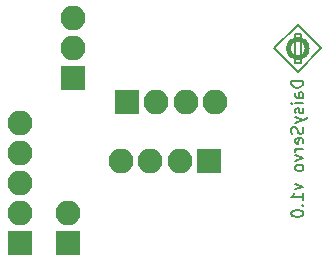
<source format=gbs>
G04 #@! TF.FileFunction,Soldermask,Bot*
%FSLAX46Y46*%
G04 Gerber Fmt 4.6, Leading zero omitted, Abs format (unit mm)*
G04 Created by KiCad (PCBNEW 4.0.7) date 02/19/20 23:21:01*
%MOMM*%
%LPD*%
G01*
G04 APERTURE LIST*
%ADD10C,0.100000*%
%ADD11C,0.200000*%
%ADD12C,0.400000*%
%ADD13R,2.100000X2.100000*%
%ADD14O,2.100000X2.100000*%
G04 APERTURE END LIST*
D10*
D11*
X139952381Y-93238095D02*
X138952381Y-93238095D01*
X138952381Y-93476190D01*
X139000000Y-93619048D01*
X139095238Y-93714286D01*
X139190476Y-93761905D01*
X139380952Y-93809524D01*
X139523810Y-93809524D01*
X139714286Y-93761905D01*
X139809524Y-93714286D01*
X139904762Y-93619048D01*
X139952381Y-93476190D01*
X139952381Y-93238095D01*
X139952381Y-94666667D02*
X139428571Y-94666667D01*
X139333333Y-94619048D01*
X139285714Y-94523810D01*
X139285714Y-94333333D01*
X139333333Y-94238095D01*
X139904762Y-94666667D02*
X139952381Y-94571429D01*
X139952381Y-94333333D01*
X139904762Y-94238095D01*
X139809524Y-94190476D01*
X139714286Y-94190476D01*
X139619048Y-94238095D01*
X139571429Y-94333333D01*
X139571429Y-94571429D01*
X139523810Y-94666667D01*
X139952381Y-95142857D02*
X139285714Y-95142857D01*
X138952381Y-95142857D02*
X139000000Y-95095238D01*
X139047619Y-95142857D01*
X139000000Y-95190476D01*
X138952381Y-95142857D01*
X139047619Y-95142857D01*
X139904762Y-95571428D02*
X139952381Y-95666666D01*
X139952381Y-95857142D01*
X139904762Y-95952381D01*
X139809524Y-96000000D01*
X139761905Y-96000000D01*
X139666667Y-95952381D01*
X139619048Y-95857142D01*
X139619048Y-95714285D01*
X139571429Y-95619047D01*
X139476190Y-95571428D01*
X139428571Y-95571428D01*
X139333333Y-95619047D01*
X139285714Y-95714285D01*
X139285714Y-95857142D01*
X139333333Y-95952381D01*
X139285714Y-96333333D02*
X139952381Y-96571428D01*
X139285714Y-96809524D02*
X139952381Y-96571428D01*
X140190476Y-96476190D01*
X140238095Y-96428571D01*
X140285714Y-96333333D01*
X139904762Y-97142857D02*
X139952381Y-97285714D01*
X139952381Y-97523810D01*
X139904762Y-97619048D01*
X139857143Y-97666667D01*
X139761905Y-97714286D01*
X139666667Y-97714286D01*
X139571429Y-97666667D01*
X139523810Y-97619048D01*
X139476190Y-97523810D01*
X139428571Y-97333333D01*
X139380952Y-97238095D01*
X139333333Y-97190476D01*
X139238095Y-97142857D01*
X139142857Y-97142857D01*
X139047619Y-97190476D01*
X139000000Y-97238095D01*
X138952381Y-97333333D01*
X138952381Y-97571429D01*
X139000000Y-97714286D01*
X139904762Y-98523810D02*
X139952381Y-98428572D01*
X139952381Y-98238095D01*
X139904762Y-98142857D01*
X139809524Y-98095238D01*
X139428571Y-98095238D01*
X139333333Y-98142857D01*
X139285714Y-98238095D01*
X139285714Y-98428572D01*
X139333333Y-98523810D01*
X139428571Y-98571429D01*
X139523810Y-98571429D01*
X139619048Y-98095238D01*
X139952381Y-99000000D02*
X139285714Y-99000000D01*
X139476190Y-99000000D02*
X139380952Y-99047619D01*
X139333333Y-99095238D01*
X139285714Y-99190476D01*
X139285714Y-99285715D01*
X139285714Y-99523810D02*
X139952381Y-99761905D01*
X139285714Y-100000001D01*
X139952381Y-100523810D02*
X139904762Y-100428572D01*
X139857143Y-100380953D01*
X139761905Y-100333334D01*
X139476190Y-100333334D01*
X139380952Y-100380953D01*
X139333333Y-100428572D01*
X139285714Y-100523810D01*
X139285714Y-100666668D01*
X139333333Y-100761906D01*
X139380952Y-100809525D01*
X139476190Y-100857144D01*
X139761905Y-100857144D01*
X139857143Y-100809525D01*
X139904762Y-100761906D01*
X139952381Y-100666668D01*
X139952381Y-100523810D01*
X139285714Y-101952382D02*
X139952381Y-102190477D01*
X139285714Y-102428573D01*
X139952381Y-103333335D02*
X139952381Y-102761906D01*
X139952381Y-103047620D02*
X138952381Y-103047620D01*
X139095238Y-102952382D01*
X139190476Y-102857144D01*
X139238095Y-102761906D01*
X139857143Y-103761906D02*
X139904762Y-103809525D01*
X139952381Y-103761906D01*
X139904762Y-103714287D01*
X139857143Y-103761906D01*
X139952381Y-103761906D01*
X138952381Y-104428572D02*
X138952381Y-104523811D01*
X139000000Y-104619049D01*
X139047619Y-104666668D01*
X139142857Y-104714287D01*
X139333333Y-104761906D01*
X139571429Y-104761906D01*
X139761905Y-104714287D01*
X139857143Y-104666668D01*
X139904762Y-104619049D01*
X139952381Y-104523811D01*
X139952381Y-104428572D01*
X139904762Y-104333334D01*
X139857143Y-104285715D01*
X139761905Y-104238096D01*
X139571429Y-104190477D01*
X139333333Y-104190477D01*
X139142857Y-104238096D01*
X139047619Y-104285715D01*
X139000000Y-104333334D01*
X138952381Y-104428572D01*
X141500000Y-90500000D02*
X139500000Y-88500000D01*
X139500000Y-92500000D02*
X141500000Y-90500000D01*
X137500000Y-90500000D02*
X139500000Y-92500000D01*
X139500000Y-88500000D02*
X137500000Y-90500000D01*
X139750000Y-89250000D02*
X139250000Y-89250000D01*
X139750000Y-91750000D02*
X139750000Y-89250000D01*
X139250000Y-91750000D02*
X139750000Y-91750000D01*
X139250000Y-89250000D02*
X139250000Y-91750000D01*
D12*
X140290569Y-90500000D02*
G75*
G03X140290569Y-90500000I-790569J0D01*
G01*
D13*
X120500000Y-93000000D03*
D14*
X120500000Y-90460000D03*
X120500000Y-87920000D03*
D13*
X116000000Y-107000000D03*
D14*
X116000000Y-104460000D03*
X116000000Y-101920000D03*
X116000000Y-99380000D03*
X116000000Y-96840000D03*
D13*
X120000000Y-107000000D03*
D14*
X120000000Y-104460000D03*
D13*
X132000000Y-100000000D03*
D14*
X129500000Y-100000000D03*
X127000000Y-100000000D03*
X124500000Y-100000000D03*
D13*
X125000000Y-95000000D03*
D14*
X127500000Y-95000000D03*
X130000000Y-95000000D03*
X132500000Y-95000000D03*
M02*

</source>
